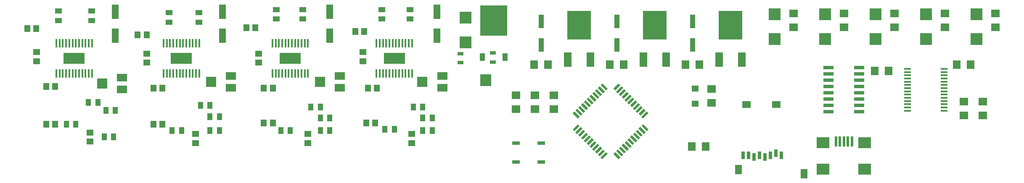
<source format=gtp>
G75*
G70*
%OFA0B0*%
%FSLAX24Y24*%
%IPPOS*%
%LPD*%
%AMOC8*
5,1,8,0,0,1.08239X$1,22.5*
%
%ADD10R,0.0984X0.0866*%
%ADD11R,0.0197X0.0787*%
%ADD12R,0.0709X0.0630*%
%ADD13R,0.0630X0.0709*%
%ADD14R,0.0800X0.0260*%
%ADD15R,0.0551X0.0748*%
%ADD16R,0.0709X0.0551*%
%ADD17R,0.0276X0.0591*%
%ADD18R,0.0630X0.1181*%
%ADD19R,0.1900X0.2250*%
%ADD20R,0.0945X0.0945*%
%ADD21R,0.0394X0.1102*%
%ADD22R,0.2126X0.2441*%
%ADD23R,0.0394X0.0630*%
%ADD24R,0.0472X0.0315*%
%ADD25R,0.0600X0.0300*%
%ADD26R,0.0551X0.0472*%
%ADD27R,0.0591X0.0197*%
%ADD28R,0.0197X0.0591*%
%ADD29R,0.0550X0.0137*%
%ADD30R,0.0787X0.0787*%
%ADD31R,0.0787X0.0630*%
%ADD32R,0.0177X0.0650*%
%ADD33R,0.1701X0.0886*%
%ADD34R,0.0453X0.0571*%
%ADD35R,0.0551X0.0413*%
%ADD36R,0.0413X0.0551*%
%ADD37R,0.0571X0.0453*%
%ADD38R,0.0551X0.1181*%
%ADD39R,0.0500X0.0250*%
%ADD40R,0.0900X0.0960*%
D10*
X066996Y003351D03*
X070304Y003351D03*
X070304Y005437D03*
X066996Y005437D03*
D11*
X068020Y005536D03*
X068335Y005536D03*
X068650Y005536D03*
X068965Y005536D03*
X069280Y005536D03*
D12*
X078150Y007599D03*
X079650Y007599D03*
X079650Y008701D03*
X078150Y008701D03*
X058150Y008599D03*
X058150Y009701D03*
X045650Y009201D03*
X044150Y009201D03*
X042650Y009201D03*
X042650Y008099D03*
X044150Y008099D03*
X045650Y008099D03*
X064650Y014599D03*
X064650Y015701D03*
X068650Y015701D03*
X068650Y014599D03*
X072650Y014599D03*
X072650Y015701D03*
X076650Y015701D03*
X076650Y014599D03*
X080650Y014599D03*
X080650Y015701D03*
D13*
X078701Y011650D03*
X077599Y011650D03*
X072201Y011150D03*
X071099Y011150D03*
X057201Y011650D03*
X056099Y011650D03*
X051201Y011650D03*
X050099Y011650D03*
X045201Y011650D03*
X044099Y011650D03*
X056599Y005150D03*
X057701Y005150D03*
D14*
X067440Y007900D03*
X067440Y008400D03*
X067440Y008900D03*
X067440Y009400D03*
X067440Y009900D03*
X067440Y010400D03*
X067440Y010900D03*
X067440Y011400D03*
X069860Y011400D03*
X069860Y010900D03*
X069860Y010400D03*
X069860Y009900D03*
X069860Y009400D03*
X069860Y008900D03*
X069860Y008400D03*
X069860Y007900D03*
D15*
X060307Y003319D03*
X065504Y002965D03*
D16*
X063300Y008477D03*
X060937Y008477D03*
D17*
X063260Y004619D03*
X062827Y004461D03*
X062394Y004304D03*
X061961Y004461D03*
X061528Y004304D03*
X061095Y004461D03*
X060662Y004461D03*
X063693Y004461D03*
D18*
X060548Y012059D03*
X058752Y012059D03*
X054548Y012059D03*
X052752Y012059D03*
X048548Y012059D03*
X046752Y012059D03*
D19*
X047650Y014775D03*
X053650Y014775D03*
X059650Y014775D03*
D20*
X063150Y015634D03*
X067150Y015634D03*
X071150Y015634D03*
X075150Y015634D03*
X079150Y015634D03*
X079150Y013666D03*
X075150Y013666D03*
X071150Y013666D03*
X067150Y013666D03*
X063150Y013666D03*
X038650Y013416D03*
X038650Y015384D03*
D21*
X044650Y015075D03*
X050650Y015075D03*
X056650Y015075D03*
X056650Y013225D03*
X050650Y013225D03*
X044650Y013225D03*
D22*
X040900Y015134D03*
D23*
X040002Y012260D03*
X041798Y012260D03*
D24*
X040838Y012567D03*
X040838Y011858D03*
X038275Y011796D03*
X038275Y012504D03*
D25*
X042650Y005400D03*
X044650Y005400D03*
X044650Y003900D03*
X042650Y003900D03*
D26*
X056850Y008559D03*
X056850Y009741D03*
D27*
G36*
X049510Y010155D02*
X049926Y009739D01*
X049788Y009601D01*
X049372Y010017D01*
X049510Y010155D01*
G37*
G36*
X049287Y009932D02*
X049703Y009516D01*
X049565Y009378D01*
X049149Y009794D01*
X049287Y009932D01*
G37*
G36*
X049064Y009710D02*
X049480Y009294D01*
X049342Y009156D01*
X048926Y009572D01*
X049064Y009710D01*
G37*
G36*
X048842Y009487D02*
X049258Y009071D01*
X049120Y008933D01*
X048704Y009349D01*
X048842Y009487D01*
G37*
G36*
X048619Y009264D02*
X049035Y008848D01*
X048897Y008710D01*
X048481Y009126D01*
X048619Y009264D01*
G37*
G36*
X048396Y009042D02*
X048812Y008626D01*
X048674Y008488D01*
X048258Y008904D01*
X048396Y009042D01*
G37*
G36*
X048174Y008819D02*
X048590Y008403D01*
X048452Y008265D01*
X048036Y008681D01*
X048174Y008819D01*
G37*
G36*
X047951Y008596D02*
X048367Y008180D01*
X048229Y008042D01*
X047813Y008458D01*
X047951Y008596D01*
G37*
G36*
X047728Y008374D02*
X048144Y007958D01*
X048006Y007820D01*
X047590Y008236D01*
X047728Y008374D01*
G37*
G36*
X047506Y008151D02*
X047922Y007735D01*
X047784Y007597D01*
X047368Y008013D01*
X047506Y008151D01*
G37*
G36*
X047283Y007928D02*
X047699Y007512D01*
X047561Y007374D01*
X047145Y007790D01*
X047283Y007928D01*
G37*
G36*
X052294Y006480D02*
X052710Y006064D01*
X052572Y005926D01*
X052156Y006342D01*
X052294Y006480D01*
G37*
G36*
X052516Y006703D02*
X052932Y006287D01*
X052794Y006149D01*
X052378Y006565D01*
X052516Y006703D01*
G37*
G36*
X052739Y006926D02*
X053155Y006510D01*
X053017Y006372D01*
X052601Y006788D01*
X052739Y006926D01*
G37*
G36*
X052071Y006258D02*
X052487Y005842D01*
X052349Y005704D01*
X051933Y006120D01*
X052071Y006258D01*
G37*
G36*
X051848Y006035D02*
X052264Y005619D01*
X052126Y005481D01*
X051710Y005897D01*
X051848Y006035D01*
G37*
G36*
X051626Y005812D02*
X052042Y005396D01*
X051904Y005258D01*
X051488Y005674D01*
X051626Y005812D01*
G37*
G36*
X051403Y005590D02*
X051819Y005174D01*
X051681Y005036D01*
X051265Y005452D01*
X051403Y005590D01*
G37*
G36*
X051180Y005367D02*
X051596Y004951D01*
X051458Y004813D01*
X051042Y005229D01*
X051180Y005367D01*
G37*
G36*
X050958Y005144D02*
X051374Y004728D01*
X051236Y004590D01*
X050820Y005006D01*
X050958Y005144D01*
G37*
G36*
X050735Y004922D02*
X051151Y004506D01*
X051013Y004368D01*
X050597Y004784D01*
X050735Y004922D01*
G37*
G36*
X050512Y004699D02*
X050928Y004283D01*
X050790Y004145D01*
X050374Y004561D01*
X050512Y004699D01*
G37*
D28*
G36*
X049788Y004699D02*
X049926Y004561D01*
X049510Y004145D01*
X049372Y004283D01*
X049788Y004699D01*
G37*
G36*
X049565Y004922D02*
X049703Y004784D01*
X049287Y004368D01*
X049149Y004506D01*
X049565Y004922D01*
G37*
G36*
X049342Y005144D02*
X049480Y005006D01*
X049064Y004590D01*
X048926Y004728D01*
X049342Y005144D01*
G37*
G36*
X049120Y005367D02*
X049258Y005229D01*
X048842Y004813D01*
X048704Y004951D01*
X049120Y005367D01*
G37*
G36*
X048897Y005590D02*
X049035Y005452D01*
X048619Y005036D01*
X048481Y005174D01*
X048897Y005590D01*
G37*
G36*
X048674Y005812D02*
X048812Y005674D01*
X048396Y005258D01*
X048258Y005396D01*
X048674Y005812D01*
G37*
G36*
X048452Y006035D02*
X048590Y005897D01*
X048174Y005481D01*
X048036Y005619D01*
X048452Y006035D01*
G37*
G36*
X048229Y006258D02*
X048367Y006120D01*
X047951Y005704D01*
X047813Y005842D01*
X048229Y006258D01*
G37*
G36*
X048006Y006480D02*
X048144Y006342D01*
X047728Y005926D01*
X047590Y006064D01*
X048006Y006480D01*
G37*
G36*
X047784Y006703D02*
X047922Y006565D01*
X047506Y006149D01*
X047368Y006287D01*
X047784Y006703D01*
G37*
G36*
X047561Y006926D02*
X047699Y006788D01*
X047283Y006372D01*
X047145Y006510D01*
X047561Y006926D01*
G37*
G36*
X052349Y008596D02*
X052487Y008458D01*
X052071Y008042D01*
X051933Y008180D01*
X052349Y008596D01*
G37*
G36*
X052126Y008819D02*
X052264Y008681D01*
X051848Y008265D01*
X051710Y008403D01*
X052126Y008819D01*
G37*
G36*
X051904Y009042D02*
X052042Y008904D01*
X051626Y008488D01*
X051488Y008626D01*
X051904Y009042D01*
G37*
G36*
X051681Y009264D02*
X051819Y009126D01*
X051403Y008710D01*
X051265Y008848D01*
X051681Y009264D01*
G37*
G36*
X051458Y009487D02*
X051596Y009349D01*
X051180Y008933D01*
X051042Y009071D01*
X051458Y009487D01*
G37*
G36*
X051236Y009710D02*
X051374Y009572D01*
X050958Y009156D01*
X050820Y009294D01*
X051236Y009710D01*
G37*
G36*
X051013Y009932D02*
X051151Y009794D01*
X050735Y009378D01*
X050597Y009516D01*
X051013Y009932D01*
G37*
G36*
X050790Y010155D02*
X050928Y010017D01*
X050512Y009601D01*
X050374Y009739D01*
X050790Y010155D01*
G37*
G36*
X052572Y008374D02*
X052710Y008236D01*
X052294Y007820D01*
X052156Y007958D01*
X052572Y008374D01*
G37*
G36*
X052794Y008151D02*
X052932Y008013D01*
X052516Y007597D01*
X052378Y007735D01*
X052794Y008151D01*
G37*
G36*
X053017Y007928D02*
X053155Y007790D01*
X052739Y007374D01*
X052601Y007512D01*
X053017Y007928D01*
G37*
D29*
X073711Y007987D03*
X073711Y008243D03*
X073711Y008498D03*
X073711Y008754D03*
X073711Y009010D03*
X073711Y009266D03*
X073711Y009522D03*
X073711Y009778D03*
X073711Y010034D03*
X073711Y010290D03*
X073711Y010546D03*
X073711Y010802D03*
X073711Y011057D03*
X073711Y011313D03*
X076589Y011313D03*
X076589Y011057D03*
X076589Y010802D03*
X076589Y010546D03*
X076589Y010290D03*
X076589Y010034D03*
X076589Y009778D03*
X076589Y009522D03*
X076589Y009266D03*
X076589Y009010D03*
X076589Y008754D03*
X076589Y008498D03*
X076589Y008243D03*
X076589Y007987D03*
D30*
X035238Y010275D03*
X027113Y010275D03*
X018488Y010275D03*
X009863Y010150D03*
D31*
X011437Y009687D03*
X011437Y010613D03*
X020062Y010738D03*
X020062Y009812D03*
X028687Y009812D03*
X028687Y010738D03*
X036812Y010738D03*
X036812Y009812D03*
D32*
X034423Y010930D03*
X034167Y010930D03*
X033911Y010930D03*
X033655Y010930D03*
X033399Y010930D03*
X033143Y010930D03*
X032887Y010930D03*
X032631Y010930D03*
X032375Y010930D03*
X032119Y010930D03*
X031864Y010930D03*
X031608Y010930D03*
X026173Y010930D03*
X025917Y010930D03*
X025661Y010930D03*
X025405Y010930D03*
X025149Y010930D03*
X024893Y010930D03*
X024637Y010930D03*
X024381Y010930D03*
X024125Y010930D03*
X023869Y010930D03*
X023614Y010930D03*
X023358Y010930D03*
X017548Y010930D03*
X017292Y010930D03*
X017036Y010930D03*
X016780Y010930D03*
X016524Y010930D03*
X016268Y010930D03*
X016012Y010930D03*
X015756Y010930D03*
X015500Y010930D03*
X015244Y010930D03*
X014989Y010930D03*
X014733Y010930D03*
X009048Y010930D03*
X008792Y010930D03*
X008536Y010930D03*
X008280Y010930D03*
X008024Y010930D03*
X007768Y010930D03*
X007512Y010930D03*
X007256Y010930D03*
X007000Y010930D03*
X006744Y010930D03*
X006489Y010930D03*
X006233Y010930D03*
X006233Y013331D03*
X006489Y013331D03*
X006744Y013331D03*
X007000Y013331D03*
X007256Y013331D03*
X007512Y013331D03*
X007768Y013331D03*
X008024Y013331D03*
X008280Y013331D03*
X008536Y013331D03*
X008792Y013331D03*
X009048Y013331D03*
X014733Y013331D03*
X014989Y013331D03*
X015244Y013331D03*
X015500Y013331D03*
X015756Y013331D03*
X016012Y013331D03*
X016268Y013331D03*
X016524Y013331D03*
X016780Y013331D03*
X017036Y013331D03*
X017292Y013331D03*
X017548Y013331D03*
X023358Y013331D03*
X023614Y013331D03*
X023869Y013331D03*
X024125Y013331D03*
X024381Y013331D03*
X024637Y013331D03*
X024893Y013331D03*
X025149Y013331D03*
X025405Y013331D03*
X025661Y013331D03*
X025917Y013331D03*
X026173Y013331D03*
X031608Y013331D03*
X031864Y013331D03*
X032119Y013331D03*
X032375Y013331D03*
X032631Y013331D03*
X032887Y013331D03*
X033143Y013331D03*
X033399Y013331D03*
X033655Y013331D03*
X033911Y013331D03*
X034167Y013331D03*
X034423Y013331D03*
D33*
X033015Y012150D03*
X024765Y012150D03*
X016140Y012150D03*
X007640Y012150D03*
D34*
X012671Y014025D03*
X013379Y014025D03*
X021296Y014588D03*
X022004Y014588D03*
X029921Y014275D03*
X030629Y014275D03*
X030921Y009775D03*
X031629Y009775D03*
X023379Y009775D03*
X022671Y009775D03*
X014629Y009775D03*
X013921Y009775D03*
X006129Y009900D03*
X005421Y009900D03*
X005421Y006900D03*
X006129Y006900D03*
X013921Y006900D03*
X014629Y006900D03*
X022671Y007025D03*
X023379Y007025D03*
X030796Y007025D03*
X031504Y007025D03*
X004629Y014525D03*
X003921Y014525D03*
D35*
X006400Y015151D03*
X006400Y015899D03*
X009025Y015899D03*
X009025Y015151D03*
X015150Y015026D03*
X015150Y015774D03*
X017525Y015774D03*
X017525Y015026D03*
X023650Y015276D03*
X025775Y015276D03*
X025775Y016024D03*
X023650Y016024D03*
X032025Y016024D03*
X034275Y016024D03*
X034275Y015276D03*
X032025Y015276D03*
D36*
X009524Y008650D03*
X008776Y008650D03*
X010151Y008025D03*
X010899Y008025D03*
X007774Y006900D03*
X007026Y006900D03*
X010026Y005900D03*
X010774Y005900D03*
X015401Y006400D03*
X016149Y006400D03*
X018401Y006400D03*
X019149Y006400D03*
X019149Y007525D03*
X018401Y007525D03*
X018399Y008400D03*
X017651Y008400D03*
X024026Y006400D03*
X024774Y006400D03*
X027151Y006400D03*
X027899Y006400D03*
X027899Y007400D03*
X027151Y007400D03*
X027149Y008275D03*
X026401Y008275D03*
X032276Y006525D03*
X033024Y006525D03*
X035276Y006400D03*
X036024Y006400D03*
X036024Y007400D03*
X035276Y007400D03*
X035274Y008275D03*
X034526Y008275D03*
D37*
X017275Y005421D03*
X017275Y006129D03*
X008900Y006254D03*
X008900Y005546D03*
X026150Y005421D03*
X026150Y006129D03*
X034400Y006129D03*
X034400Y005421D03*
X022275Y011796D03*
X022275Y012504D03*
X030525Y012629D03*
X030525Y011921D03*
X013400Y011796D03*
X013400Y012504D03*
X004650Y012629D03*
X004650Y011921D03*
D38*
X010900Y013955D03*
X010900Y015845D03*
X019400Y015845D03*
X019400Y013955D03*
X027900Y013955D03*
X027900Y015845D03*
X036400Y015845D03*
X036400Y013955D03*
D39*
X040275Y010562D03*
X040275Y010238D03*
D40*
X040275Y010400D03*
M02*

</source>
